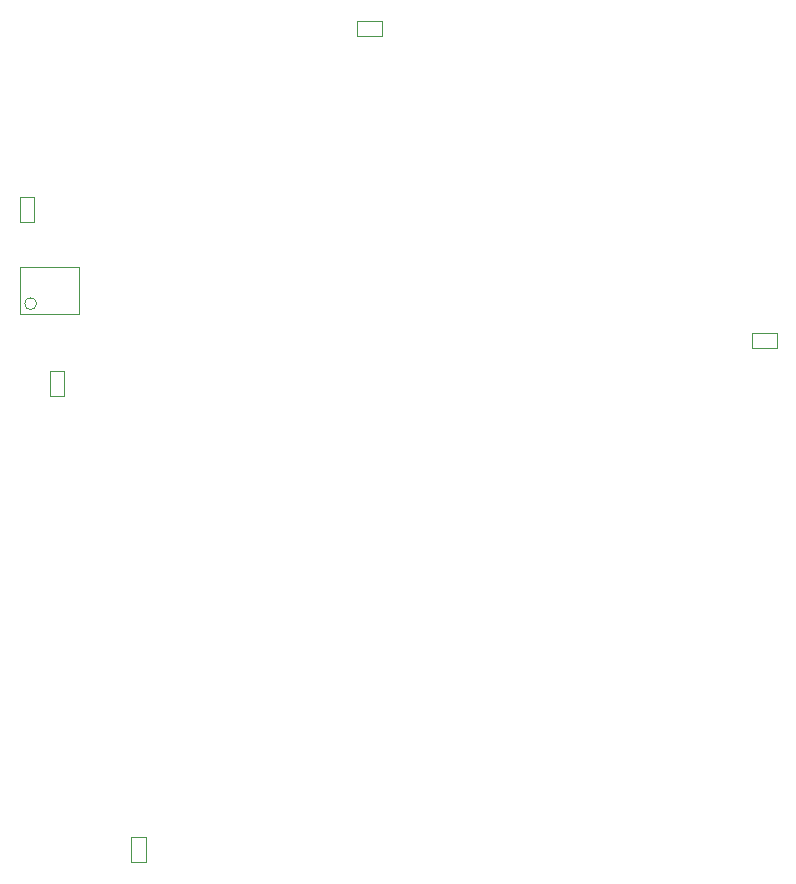
<source format=gbr>
%TF.GenerationSoftware,Altium Limited,Altium Designer,19.1.8 (144)*%
G04 Layer_Color=16711935*
%FSLAX26Y26*%
%MOIN*%
%TF.FileFunction,Other,Mechanical_13*%
%TF.Part,Single*%
G01*
G75*
%TA.AperFunction,NonConductor*%
%ADD42C,0.003937*%
D42*
X501854Y2262047D02*
G03*
X501854Y2262047I-19685J0D01*
G01*
X445358Y2617150D02*
X494965D01*
X445358Y2532504D02*
X494965D01*
Y2617150D01*
X445358Y2532504D02*
Y2617150D01*
X643587Y2226614D02*
Y2384094D01*
X446736Y2226614D02*
Y2384094D01*
X643587D01*
X446736Y2226614D02*
X643587D01*
X545358Y1952677D02*
Y2037323D01*
X594965Y1952677D02*
Y2037323D01*
X545358Y1952677D02*
X594965D01*
X545358Y2037323D02*
X594965D01*
X1569679Y3153605D02*
Y3203212D01*
X1654325Y3153605D02*
Y3203212D01*
X1569679D02*
X1654325D01*
X1569679Y3153605D02*
X1654325D01*
X2885472Y2162638D02*
X2970118D01*
X2885472Y2113031D02*
X2970118D01*
X2885472D02*
Y2162638D01*
X2970118Y2113031D02*
Y2162638D01*
X865984Y399646D02*
Y484291D01*
X816378Y399646D02*
Y484291D01*
X865984D01*
X816378Y399646D02*
X865984D01*
%TF.MD5,8fa156d30102e71cf9b3fcce05dee7ea*%
M02*

</source>
